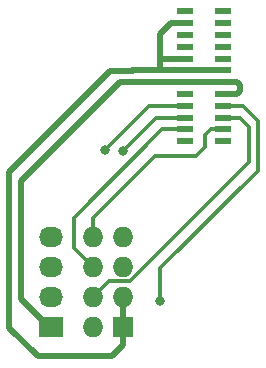
<source format=gtl>
G04 #@! TF.FileFunction,Copper,L1,Top,Signal*
%FSLAX46Y46*%
G04 Gerber Fmt 4.6, Leading zero omitted, Abs format (unit mm)*
G04 Created by KiCad (PCBNEW 0.201512291232+6408~40~ubuntu14.04.1-stable) date Mon 28 Mar 2016 01:31:09 BST*
%MOMM*%
G01*
G04 APERTURE LIST*
%ADD10C,0.100000*%
%ADD11R,2.032000X1.727200*%
%ADD12O,2.032000X1.727200*%
%ADD13R,1.727200X1.727200*%
%ADD14O,1.727200X1.727200*%
%ADD15R,0.620000X0.620000*%
%ADD16R,1.370000X0.500000*%
%ADD17C,0.800000*%
%ADD18C,0.500000*%
%ADD19C,0.300000*%
G04 APERTURE END LIST*
D10*
D11*
X156718000Y-124206000D03*
D12*
X156718000Y-121666000D03*
X156718000Y-119126000D03*
X156718000Y-116586000D03*
D13*
X162814000Y-124206000D03*
D14*
X160274000Y-124206000D03*
X162814000Y-121666000D03*
X160274000Y-121666000D03*
X162814000Y-119126000D03*
X160274000Y-119126000D03*
X162814000Y-116586000D03*
X160274000Y-116586000D03*
D15*
X163500000Y-103450000D03*
X163500000Y-102550000D03*
D16*
X168100000Y-108500000D03*
X171300000Y-108500000D03*
X168100000Y-107500000D03*
X171300000Y-107500000D03*
X168100000Y-106500000D03*
X171300000Y-106500000D03*
X168100000Y-105500000D03*
X171300000Y-105500000D03*
X168100000Y-104500000D03*
X171300000Y-104500000D03*
X168100000Y-103500000D03*
X171300000Y-103500000D03*
X168100000Y-102500000D03*
X171300000Y-102500000D03*
X168100000Y-101500000D03*
X171300000Y-101500000D03*
X168100000Y-100500000D03*
X171300000Y-100500000D03*
X168100000Y-99500000D03*
X171300000Y-99500000D03*
X168100000Y-98500000D03*
X171300000Y-98500000D03*
X168100000Y-97500000D03*
X171300000Y-97500000D03*
D17*
X166000000Y-122000000D03*
X161300000Y-109200000D03*
X162800000Y-109300000D03*
D18*
X172750000Y-104250000D02*
X172500000Y-104500000D01*
X172500000Y-104500000D02*
X171300000Y-104500000D01*
X172750000Y-103765000D02*
X172750000Y-104250000D01*
X171300000Y-103500000D02*
X172485000Y-103500000D01*
X172485000Y-103500000D02*
X172750000Y-103765000D01*
X171300000Y-103500000D02*
X168100000Y-103500000D01*
X168100000Y-103500000D02*
X163550000Y-103500000D01*
X163550000Y-103500000D02*
X163500000Y-103450000D01*
X154200000Y-111840000D02*
X162590000Y-103450000D01*
X162590000Y-103450000D02*
X163500000Y-103450000D01*
X154200000Y-111840000D02*
X154200000Y-121840400D01*
X154200000Y-121840400D02*
X156565600Y-124206000D01*
X156565600Y-124206000D02*
X156718000Y-124206000D01*
D19*
X174250000Y-106750000D02*
X173000000Y-105500000D01*
X173000000Y-105500000D02*
X171300000Y-105500000D01*
X174250000Y-111000000D02*
X174250000Y-106750000D01*
X166000000Y-119250000D02*
X174250000Y-111000000D01*
X166000000Y-122000000D02*
X166000000Y-119250000D01*
D18*
X166000000Y-99415000D02*
X166000000Y-101500000D01*
X166000000Y-101500000D02*
X166000000Y-102500000D01*
X166915000Y-101500000D02*
X166000000Y-101500000D01*
X168100000Y-102500000D02*
X166000000Y-102500000D01*
X166000000Y-102500000D02*
X163550000Y-102500000D01*
X168100000Y-98500000D02*
X166915000Y-98500000D01*
X166915000Y-98500000D02*
X166000000Y-99415000D01*
X168100000Y-101500000D02*
X166915000Y-101500000D01*
X171300000Y-102500000D02*
X168100000Y-102500000D01*
X163550000Y-102500000D02*
X163500000Y-102550000D01*
X153200000Y-111100000D02*
X161750000Y-102550000D01*
X161750000Y-102550000D02*
X163500000Y-102550000D01*
X161900000Y-126700000D02*
X162814000Y-125786000D01*
X162814000Y-125786000D02*
X162814000Y-124206000D01*
X155600000Y-126700000D02*
X161900000Y-126700000D01*
X153200000Y-124300000D02*
X155600000Y-126700000D01*
X153200000Y-111100000D02*
X153200000Y-124300000D01*
X162814000Y-121666000D02*
X162814000Y-124206000D01*
D19*
X173500000Y-107250000D02*
X172750000Y-106500000D01*
X172750000Y-106500000D02*
X171300000Y-106500000D01*
X173500000Y-110250000D02*
X173500000Y-107250000D01*
X165028670Y-118721330D02*
X173500000Y-110250000D01*
X165000000Y-118721330D02*
X165028670Y-118721330D01*
X160274000Y-121666000D02*
X161610399Y-120329601D01*
X161610399Y-120329601D02*
X163391729Y-120329601D01*
X163391729Y-120329601D02*
X165000000Y-118721330D01*
X167140000Y-105500000D02*
X168100000Y-105500000D01*
X167140000Y-105500000D02*
X165000000Y-105500000D01*
X165000000Y-105500000D02*
X161300000Y-109200000D01*
X167140000Y-107500000D02*
X168100000Y-107500000D01*
X167140000Y-107500000D02*
X166155000Y-107500000D01*
X166155000Y-107500000D02*
X158700000Y-114955000D01*
X158700000Y-114955000D02*
X158700000Y-117552000D01*
X158700000Y-117552000D02*
X160274000Y-119126000D01*
X167140000Y-106500000D02*
X168100000Y-106500000D01*
X167140000Y-106500000D02*
X165600000Y-106500000D01*
X165600000Y-106500000D02*
X162800000Y-109300000D01*
X160274000Y-116586000D02*
X160274000Y-114976000D01*
X160274000Y-114976000D02*
X165500000Y-109750000D01*
X165500000Y-109750000D02*
X169000000Y-109750000D01*
X169000000Y-109750000D02*
X169750000Y-109000000D01*
X169750000Y-109000000D02*
X169750000Y-108000000D01*
X169750000Y-108000000D02*
X170250000Y-107500000D01*
X170250000Y-107500000D02*
X171300000Y-107500000D01*
M02*

</source>
